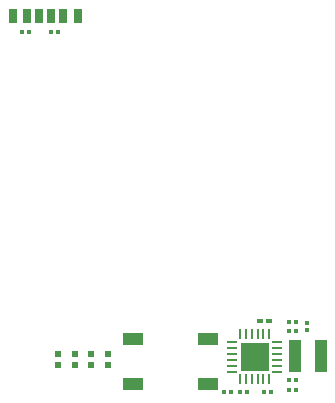
<source format=gbr>
G04*
G04 #@! TF.GenerationSoftware,Altium Limited,Altium Designer,23.10.1 (27)*
G04*
G04 Layer_Color=8421504*
%FSLAX44Y44*%
%MOMM*%
G71*
G04*
G04 #@! TF.SameCoordinates,EE71AB0A-04B5-4847-A965-A32D4C1E190E*
G04*
G04*
G04 #@! TF.FilePolarity,Positive*
G04*
G01*
G75*
%ADD15R,0.3000X0.3000*%
%ADD16R,0.8000X1.2000*%
%ADD17R,0.7000X1.2000*%
%ADD18R,0.7600X1.2000*%
%ADD19R,0.5000X0.4500*%
G04:AMPARAMS|DCode=20|XSize=0.55mm|YSize=0.5mm|CornerRadius=0.0625mm|HoleSize=0mm|Usage=FLASHONLY|Rotation=0.000|XOffset=0mm|YOffset=0mm|HoleType=Round|Shape=RoundedRectangle|*
%AMROUNDEDRECTD20*
21,1,0.5500,0.3750,0,0,0.0*
21,1,0.4250,0.5000,0,0,0.0*
1,1,0.1250,0.2125,-0.1875*
1,1,0.1250,-0.2125,-0.1875*
1,1,0.1250,-0.2125,0.1875*
1,1,0.1250,0.2125,0.1875*
%
%ADD20ROUNDEDRECTD20*%
%ADD21R,1.7000X1.0000*%
%ADD22R,1.0000X2.7000*%
%ADD23R,0.3000X0.3000*%
%ADD24R,2.4500X2.4500*%
%ADD25O,0.8500X0.2500*%
%ADD26O,0.2500X0.8500*%
D15*
X2090300Y309200D02*
D03*
X2084300D02*
D03*
X2059800Y308600D02*
D03*
X2065800D02*
D03*
X2286300Y5500D02*
D03*
X2292300D02*
D03*
X2286300Y14500D02*
D03*
X2292300D02*
D03*
X2265300Y4500D02*
D03*
X2271300D02*
D03*
X2244300D02*
D03*
X2250300D02*
D03*
X2237300D02*
D03*
X2231300D02*
D03*
X2286300Y55500D02*
D03*
X2292300D02*
D03*
Y63500D02*
D03*
X2286300D02*
D03*
D16*
X2052200Y322200D02*
D03*
X2107200D02*
D03*
D17*
X2084700D02*
D03*
X2074700D02*
D03*
D18*
X2094900D02*
D03*
X2064500D02*
D03*
D19*
X2269050Y64500D02*
D03*
X2261550D02*
D03*
D20*
X2090660Y26940D02*
D03*
Y36040D02*
D03*
X2118600Y26940D02*
D03*
Y36040D02*
D03*
X2104630Y26940D02*
D03*
Y36040D02*
D03*
X2132570Y26940D02*
D03*
Y36040D02*
D03*
D21*
X2154410Y11220D02*
D03*
X2217410D02*
D03*
X2154410Y49220D02*
D03*
X2217410D02*
D03*
D22*
X2291300Y34500D02*
D03*
X2313300D02*
D03*
D23*
X2301300Y62500D02*
D03*
Y56500D02*
D03*
D24*
X2257030Y34030D02*
D03*
D25*
X2276030Y46530D02*
D03*
Y41530D02*
D03*
Y36530D02*
D03*
Y31530D02*
D03*
Y26530D02*
D03*
Y21530D02*
D03*
X2238030D02*
D03*
Y26530D02*
D03*
Y31530D02*
D03*
Y36530D02*
D03*
Y41530D02*
D03*
Y46530D02*
D03*
D26*
X2269530Y15030D02*
D03*
X2264530D02*
D03*
X2259530D02*
D03*
X2254530D02*
D03*
X2249530D02*
D03*
X2244530D02*
D03*
Y53030D02*
D03*
X2249530D02*
D03*
X2254530D02*
D03*
X2259530D02*
D03*
X2264530D02*
D03*
X2269530D02*
D03*
M02*

</source>
